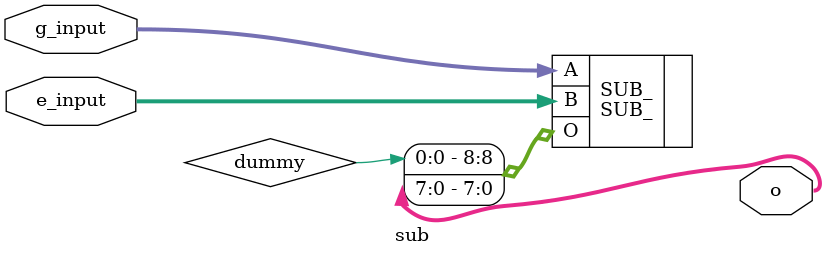
<source format=sv>
`timescale 1ns / 1ps

module sub #(parameter N = 8)(
	input	[N-1:0]	g_input,
	input	[N-1:0]	e_input,
	output	[N-1:0] o
);	 		
	logic dummy;
		
	SUB_ #(.N(N)) SUB_( 
		.A(g_input),
		.B(e_input),
		.O({dummy, o})
    );	

endmodule
</source>
